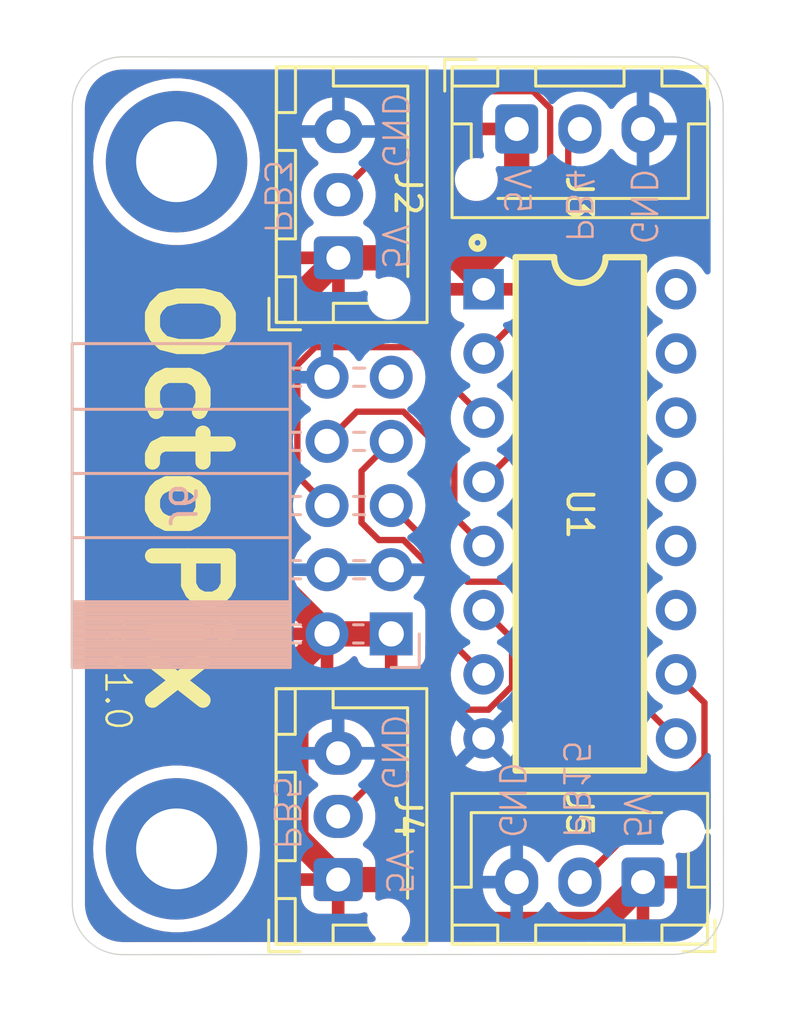
<source format=kicad_pcb>
(kicad_pcb (version 20240108) (generator "pcbnew") (generator_version "8.0")
  (layers (0 "F.Cu" signal) (31 "B.Cu" signal) (34 "B.Paste" user) (35 "F.Paste" user) (36 "B.SilkS" user "B.Silkscreen") (37 "F.SilkS" user "F.Silkscreen") (38 "B.Mask" user) (39 "F.Mask" user) (44 "Edge.Cuts" user))
  (net 0 "")
  (net 1 "GND")
  (net 2 "PB4")
  (net 3 "+5V")
  (net 4 "PA15")
  (net 5 "PB3")
  (net 6 "PB5")
  (net 7 "PB3_{5V}")
  (net 8 "PB4_{5V}")
  (net 9 "PB5_{5V}")
  (net 10 "PA15_{5V}")
  (net 17 "+3V3")
  (footprint "Connector_JST:JST_XH_B3B-XH-AM_1x03_P2.50mm_Vertical" (layer "F.Cu") (at 95.39 39.475 90)
    (property "Reference" "J2" (at 2.545 2.75 -90) (layer "F.SilkS"))
    (property "Value" "RBG PB3")
    (fp_line (start -1.6 -2.75) (end -2.85 -2.75) (stroke (width 0.12)) (layer "F.SilkS"))
    (fp_line (start -2.85 -2.75) (end -2.85 -1.5) (stroke (width 0.12)) (layer "F.SilkS"))
    (fp_line (start 7.56 -2.46) (end -2.56 -2.46) (stroke (width 0.12)) (layer "F.SilkS"))
    (fp_line (start -2.56 -2.46) (end -2.56 3.51) (stroke (width 0.12)) (layer "F.SilkS"))
    (fp_line (start 7.55 -2.45) (end 5.75 -2.45) (stroke (width 0.12)) (layer "F.SilkS"))
    (fp_line (start 5.75 -2.45) (end 5.75 -1.7) (stroke (width 0.12)) (layer "F.SilkS"))
    (fp_line (start 4.25 -2.45) (end 0.75 -2.45) (stroke (width 0.12)) (layer "F.SilkS"))
    (fp_line (start 0.75 -2.45) (end 0.75 -1.7) (stroke (width 0.12)) (layer "F.SilkS"))
    (fp_line (start -0.75 -2.45) (end -2.55 -2.45) (stroke (width 0.12)) (layer "F.SilkS"))
    (fp_line (start -2.55 -2.45) (end -2.55 -1.7) (stroke (width 0.12)) (layer "F.SilkS"))
    (fp_line (start 7.55 -1.7) (end 7.55 -2.45) (stroke (width 0.12)) (layer "F.SilkS"))
    (fp_line (start 5.75 -1.7) (end 7.55 -1.7) (stroke (width 0.12)) (layer "F.SilkS"))
    (fp_line (start 4.25 -1.7) (end 4.25 -2.45) (stroke (width 0.12)) (layer "F.SilkS"))
    (fp_line (start 0.75 -1.7) (end 4.25 -1.7) (stroke (width 0.12)) (layer "F.SilkS"))
    (fp_line (start -0.75 -1.7) (end -0.75 -2.45) (stroke (width 0.12)) (layer "F.SilkS"))
    (fp_line (start -2.55 -1.7) (end -0.75 -1.7) (stroke (width 0.12)) (layer "F.SilkS"))
    (fp_line (start 7.55 -0.2) (end 6.8 -0.2) (stroke (width 0.12)) (layer "F.SilkS"))
    (fp_line (start 6.8 -0.2) (end 6.8 2.75) (stroke (width 0.12)) (layer "F.SilkS"))
    (fp_line (start -1.8 -0.2) (end -1.8 1.14) (stroke (width 0.12)) (layer "F.SilkS"))
    (fp_line (start -2.55 -0.2) (end -1.8 -0.2) (stroke (width 0.12)) (layer "F.SilkS"))
    (fp_line (start 6.8 2.75) (end 2.5 2.75) (stroke (width 0.12)) (layer "F.SilkS"))
    (fp_line (start 2.5 2.75) (end -0.74 2.75) (stroke (width 0.12)) (layer "F.SilkS"))
    (fp_line (start 7.56 3.51) (end 7.56 -2.46) (stroke (width 0.12)) (layer "F.SilkS"))
    (fp_line (start -2.56 3.51) (end 7.56 3.51) (stroke (width 0.12)) (layer "F.SilkS"))
    (pad "" np_thru_hole circle (at -1.6 2 90) (size 1.2 1.2) (drill 1.2) (layers "*.Cu" "*.Mask"))
    (pad "1" thru_hole roundrect (at 0 0 90) (size 1.7 1.95) (drill 0.95) (layers "*.Cu" "*.Mask") (roundrect_rratio 0.147059) (net 3 "+5V"))
    (pad "2" thru_hole oval (at 2.5 0 90) (size 1.7 1.95) (drill 0.95) (layers "*.Cu" "*.Mask") (net 7 "PB3_{5V}"))
    (pad "3" thru_hole oval (at 5 0 90) (size 1.7 1.95) (drill 0.95) (layers "*.Cu" "*.Mask") (net 1 "GND"))
  )
  (footprint "MountingHole:MountingHole_3.2mm_M3_DIN965_Pad" (layer "F.Cu") (at 88.98 62.87)
    (property "Reference" "H2" (hide yes))
    (property "Value" "MountingHole")
    (pad "1" thru_hole circle (at 0 0) (size 5.6 5.6) (drill 3.2) (layers "*.Cu" "*.Mask"))
  )
  (footprint "easyeda:DIP-16_L20.3-W10.2-P2.54-LS10.2-BL" (layer "F.Cu") (at 104.95 49.61 -90)
    (property "Reference" "U1" (at 0 0 -90) (layer "F.SilkS"))
    (property "Value" "CD4050BE")
    (fp_line (start -10.16 2.54) (end 10.16 2.54) (stroke (width 0.25)) (layer "F.SilkS"))
    (fp_line (start -10.16 2.54) (end -10.16 1.02) (stroke (width 0.25)) (layer "F.SilkS"))
    (fp_line (start -10.16 -2.54) (end -10.16 -1.02) (stroke (width 0.25)) (layer "F.SilkS"))
    (fp_line (start -10.16 -2.54) (end 10.16 -2.54) (stroke (width 0.25)) (layer "F.SilkS"))
    (fp_line (start 10.16 -2.54) (end 10.16 2.54) (stroke (width 0.25)) (layer "F.SilkS"))
    (fp_arc (start -10.16 -1.02) (mid -9.14 0) (end -10.16 1.02) (stroke (width 0.25)) (layer "F.SilkS"))
    (fp_circle (center -10.73 4.05) (end -10.62 4.05) (stroke (width 0.25)) (fill none) (layer "F.SilkS"))
    (pad "1" thru_hole rect (at -8.89 3.81 270) (size 1.6 1.6) (drill 0.900024) (layers "*.Cu" "*.Paste" "*.Mask") (net 3 "+5V"))
    (pad "2" thru_hole circle (at -6.35 3.81 270) (size 1.6 1.6) (drill 0.900024) (layers "*.Cu" "*.Paste" "*.Mask") (net 7 "PB3_{5V}"))
    (pad "3" thru_hole circle (at -3.81 3.81 270) (size 1.6 1.6) (drill 0.900024) (layers "*.Cu" "*.Paste" "*.Mask") (net 5 "PB3"))
    (pad "4" thru_hole circle (at -1.27 3.81 270) (size 1.6 1.6) (drill 0.900024) (layers "*.Cu" "*.Paste" "*.Mask") (net 8 "PB4_{5V}"))
    (pad "5" thru_hole circle (at 1.27 3.81 270) (size 1.6 1.6) (drill 0.900024) (layers "*.Cu" "*.Paste" "*.Mask") (net 2 "PB4"))
    (pad "6" thru_hole circle (at 3.81 3.81 270) (size 1.6 1.6) (drill 0.900024) (layers "*.Cu" "*.Paste" "*.Mask") (net 9 "PB5_{5V}"))
    (pad "7" thru_hole circle (at 6.35 3.81 270) (size 1.6 1.6) (drill 0.900024) (layers "*.Cu" "*.Paste" "*.Mask") (net 6 "PB5"))
    (pad "8" thru_hole circle (at 8.89 3.81 270) (size 1.6 1.6) (drill 0.900024) (layers "*.Cu" "*.Paste" "*.Mask") (net 1 "GND"))
    (pad "9" thru_hole circle (at 8.89 -3.81 270) (size 1.6 1.6) (drill 0.900024) (layers "*.Cu" "*.Paste" "*.Mask") (net 4 "PA15"))
    (pad "10" thru_hole circle (at 6.35 -3.81 270) (size 1.6 1.6) (drill 0.900024) (layers "*.Cu" "*.Paste" "*.Mask") (net 10 "PA15_{5V}"))
    (pad "11" thru_hole circle (at 3.81 -3.81 270) (size 1.6 1.6) (drill 0.900024) (layers "*.Cu" "*.Paste" "*.Mask"))
    (pad "12" thru_hole circle (at 1.27 -3.81 270) (size 1.6 1.6) (drill 0.900024) (layers "*.Cu" "*.Paste" "*.Mask"))
    (pad "13" thru_hole circle (at -1.27 -3.81 270) (size 1.6 1.6) (drill 0.900024) (layers "*.Cu" "*.Paste" "*.Mask"))
    (pad "14" thru_hole circle (at -3.81 -3.81 270) (size 1.6 1.6) (drill 0.900024) (layers "*.Cu" "*.Paste" "*.Mask"))
    (pad "15" thru_hole circle (at -6.35 -3.81 270) (size 1.6 1.6) (drill 0.900024) (layers "*.Cu" "*.Paste" "*.Mask"))
    (pad "16" thru_hole circle (at -8.89 -3.81 270) (size 1.6 1.6) (drill 0.900024) (layers "*.Cu" "*.Paste" "*.Mask"))
  )
  (footprint "Connector_JST:JST_XH_B3B-XH-AM_1x03_P2.50mm_Vertical" (layer "F.Cu") (at 102.45 34.375)
    (property "Reference" "J3" (at 2.48 2.715 -90) (layer "F.SilkS"))
    (property "Value" "RBG PB4")
    (fp_line (start -2.85 -2.75) (end -2.85 -1.5) (stroke (width 0.12)) (layer "F.SilkS"))
    (fp_line (start -2.56 -2.46) (end -2.56 3.51) (stroke (width 0.12)) (layer "F.SilkS"))
    (fp_line (start -2.56 3.51) (end 7.56 3.51) (stroke (width 0.12)) (layer "F.SilkS"))
    (fp_line (start -2.55 -2.45) (end -2.55 -1.7) (stroke (width 0.12)) (layer "F.SilkS"))
    (fp_line (start -2.55 -1.7) (end -0.75 -1.7) (stroke (width 0.12)) (layer "F.SilkS"))
    (fp_line (start -2.55 -0.2) (end -1.8 -0.2) (stroke (width 0.12)) (layer "F.SilkS"))
    (fp_line (start -1.8 -0.2) (end -1.8 1.14) (stroke (width 0.12)) (layer "F.SilkS"))
    (fp_line (start -1.6 -2.75) (end -2.85 -2.75) (stroke (width 0.12)) (layer "F.SilkS"))
    (fp_line (start -0.75 -2.45) (end -2.55 -2.45) (stroke (width 0.12)) (layer "F.SilkS"))
    (fp_line (start -0.75 -1.7) (end -0.75 -2.45) (stroke (width 0.12)) (layer "F.SilkS"))
    (fp_line (start 0.75 -2.45) (end 0.75 -1.7) (stroke (width 0.12)) (layer "F.SilkS"))
    (fp_line (start 0.75 -1.7) (end 4.25 -1.7) (stroke (width 0.12)) (layer "F.SilkS"))
    (fp_line (start 2.5 2.75) (end -0.74 2.75) (stroke (width 0.12)) (layer "F.SilkS"))
    (fp_line (start 4.25 -2.45) (end 0.75 -2.45) (stroke (width 0.12)) (layer "F.SilkS"))
    (fp_line (start 4.25 -1.7) (end 4.25 -2.45) (stroke (width 0.12)) (layer "F.SilkS"))
    (fp_line (start 5.75 -2.45) (end 5.75 -1.7) (stroke (width 0.12)) (layer "F.SilkS"))
    (fp_line (start 5.75 -1.7) (end 7.55 -1.7) (stroke (width 0.12)) (layer "F.SilkS"))
    (fp_line (start 6.8 -0.2) (end 6.8 2.75) (stroke (width 0.12)) (layer "F.SilkS"))
    (fp_line (start 6.8 2.75) (end 2.5 2.75) (stroke (width 0.12)) (layer "F.SilkS"))
    (fp_line (start 7.55 -2.45) (end 5.75 -2.45) (stroke (width 0.12)) (layer "F.SilkS"))
    (fp_line (start 7.55 -1.7) (end 7.55 -2.45) (stroke (width 0.12)) (layer "F.SilkS"))
    (fp_line (start 7.55 -0.2) (end 6.8 -0.2) (stroke (width 0.12)) (layer "F.SilkS"))
    (fp_line (start 7.56 -2.46) (end -2.56 -2.46) (stroke (width 0.12)) (layer "F.SilkS"))
    (fp_line (start 7.56 3.51) (end 7.56 -2.46) (stroke (width 0.12)) (layer "F.SilkS"))
    (pad "" np_thru_hole circle (at -1.6 2) (size 1.2 1.2) (drill 1.2) (layers "*.Cu" "*.Mask"))
    (pad "1" thru_hole roundrect (at 0 0) (size 1.7 1.95) (drill 0.95) (layers "*.Cu" "*.Mask") (roundrect_rratio 0.147059) (net 3 "+5V"))
    (pad "2" thru_hole oval (at 2.5 0) (size 1.7 1.95) (drill 0.95) (layers "*.Cu" "*.Mask") (net 8 "PB4_{5V}"))
    (pad "3" thru_hole oval (at 5 0) (size 1.7 1.95) (drill 0.95) (layers "*.Cu" "*.Mask") (net 1 "GND"))
  )
  (footprint "MountingHole:MountingHole_3.2mm_M3_DIN965_Pad" (layer "F.Cu") (at 88.98 35.67)
    (property "Reference" "H1" (hide yes))
    (property "Value" "MountingHole")
    (pad "1" thru_hole circle (at 0 0) (size 5.6 5.6) (drill 3.2) (layers "*.Cu" "*.Mask"))
  )
  (footprint "Connector_JST:JST_XH_B3B-XH-AM_1x03_P2.50mm_Vertical" (layer "F.Cu") (at 95.38 64.085 90)
    (property "Reference" "J4" (at 2.505 2.76 270) (layer "F.SilkS"))
    (property "Value" "RBG PB5")
    (fp_line (start -1.6 -2.75) (end -2.85 -2.75) (stroke (width 0.12)) (layer "F.SilkS"))
    (fp_line (start -2.85 -2.75) (end -2.85 -1.5) (stroke (width 0.12)) (layer "F.SilkS"))
    (fp_line (start 7.56 -2.46) (end -2.56 -2.46) (stroke (width 0.12)) (layer "F.SilkS"))
    (fp_line (start -2.56 -2.46) (end -2.56 3.51) (stroke (width 0.12)) (layer "F.SilkS"))
    (fp_line (start 7.55 -2.45) (end 5.75 -2.45) (stroke (width 0.12)) (layer "F.SilkS"))
    (fp_line (start 5.75 -2.45) (end 5.75 -1.7) (stroke (width 0.12)) (layer "F.SilkS"))
    (fp_line (start 4.25 -2.45) (end 0.75 -2.45) (stroke (width 0.12)) (layer "F.SilkS"))
    (fp_line (start 0.75 -2.45) (end 0.75 -1.7) (stroke (width 0.12)) (layer "F.SilkS"))
    (fp_line (start -0.75 -2.45) (end -2.55 -2.45) (stroke (width 0.12)) (layer "F.SilkS"))
    (fp_line (start -2.55 -2.45) (end -2.55 -1.7) (stroke (width 0.12)) (layer "F.SilkS"))
    (fp_line (start 7.55 -1.7) (end 7.55 -2.45) (stroke (width 0.12)) (layer "F.SilkS"))
    (fp_line (start 5.75 -1.7) (end 7.55 -1.7) (stroke (width 0.12)) (layer "F.SilkS"))
    (fp_line (start 4.25 -1.7) (end 4.25 -2.45) (stroke (width 0.12)) (layer "F.SilkS"))
    (fp_line (start 0.75 -1.7) (end 4.25 -1.7) (stroke (width 0.12)) (layer "F.SilkS"))
    (fp_line (start -0.75 -1.7) (end -0.75 -2.45) (stroke (width 0.12)) (layer "F.SilkS"))
    (fp_line (start -2.55 -1.7) (end -0.75 -1.7) (stroke (width 0.12)) (layer "F.SilkS"))
    (fp_line (start 7.55 -0.2) (end 6.8 -0.2) (stroke (width 0.12)) (layer "F.SilkS"))
    (fp_line (start 6.8 -0.2) (end 6.8 2.75) (stroke (width 0.12)) (layer "F.SilkS"))
    (fp_line (start -1.8 -0.2) (end -1.8 1.14) (stroke (width 0.12)) (layer "F.SilkS"))
    (fp_line (start -2.55 -0.2) (end -1.8 -0.2) (stroke (width 0.12)) (layer "F.SilkS"))
    (fp_line (start 6.8 2.75) (end 2.5 2.75) (stroke (width 0.12)) (layer "F.SilkS"))
    (fp_line (start 2.5 2.75) (end -0.74 2.75) (stroke (width 0.12)) (layer "F.SilkS"))
    (fp_line (start 7.56 3.51) (end 7.56 -2.46) (stroke (width 0.12)) (layer "F.SilkS"))
    (fp_line (start -2.56 3.51) (end 7.56 3.51) (stroke (width 0.12)) (layer "F.SilkS"))
    (pad "" np_thru_hole circle (at -1.6 2 90) (size 1.2 1.2) (drill 1.2) (layers "*.Cu" "*.Mask"))
    (pad "1" thru_hole roundrect (at 0 0 90) (size 1.7 1.95) (drill 0.95) (layers "*.Cu" "*.Mask") (roundrect_rratio 0.147059) (net 3 "+5V"))
    (pad "2" thru_hole oval (at 2.5 0 90) (size 1.7 1.95) (drill 0.95) (layers "*.Cu" "*.Mask") (net 9 "PB5_{5V}"))
    (pad "3" thru_hole oval (at 5 0 90) (size 1.7 1.95) (drill 0.95) (layers "*.Cu" "*.Mask") (net 1 "GND"))
  )
  (footprint "Connector_JST:JST_XH_B3B-XH-AM_1x03_P2.50mm_Vertical" (layer "F.Cu") (at 107.45 64.185 180)
    (property "Reference" "J5" (at 2.52 2.655 -90) (layer "F.SilkS"))
    (property "Value" "RBG_PB3")
    (fp_line (start 7.56 3.51) (end 7.56 -2.46) (stroke (width 0.12)) (layer "F.SilkS"))
    (fp_line (start 7.56 -2.46) (end -2.56 -2.46) (stroke (width 0.12)) (layer "F.SilkS"))
    (fp_line (start 7.55 -0.2) (end 6.8 -0.2) (stroke (width 0.12)) (layer "F.SilkS"))
    (fp_line (start 7.55 -1.7) (end 7.55 -2.45) (stroke (width 0.12)) (layer "F.SilkS"))
    (fp_line (start 7.55 -2.45) (end 5.75 -2.45) (stroke (width 0.12)) (layer "F.SilkS"))
    (fp_line (start 6.8 2.75) (end 2.5 2.75) (stroke (width 0.12)) (layer "F.SilkS"))
    (fp_line (start 6.8 -0.2) (end 6.8 2.75) (stroke (width 0.12)) (layer "F.SilkS"))
    (fp_line (start 5.75 -1.7) (end 7.55 -1.7) (stroke (width 0.12)) (layer "F.SilkS"))
    (fp_line (start 5.75 -2.45) (end 5.75 -1.7) (stroke (width 0.12)) (layer "F.SilkS"))
    (fp_line (start 4.25 -1.7) (end 4.25 -2.45) (stroke (width 0.12)) (layer "F.SilkS"))
    (fp_line (start 4.25 -2.45) (end 0.75 -2.45) (stroke (width 0.12)) (layer "F.SilkS"))
    (fp_line (start 2.5 2.75) (end -0.74 2.75) (stroke (width 0.12)) (layer "F.SilkS"))
    (fp_line (start 0.75 -1.7) (end 4.25 -1.7) (stroke (width 0.12)) (layer "F.SilkS"))
    (fp_line (start 0.75 -2.45) (end 0.75 -1.7) (stroke (width 0.12)) (layer "F.SilkS"))
    (fp_line (start -0.75 -1.7) (end -0.75 -2.45) (stroke (width 0.12)) (layer "F.SilkS"))
    (fp_line (start -0.75 -2.45) (end -2.55 -2.45) (stroke (width 0.12)) (layer "F.SilkS"))
    (fp_line (start -1.6 -2.75) (end -2.85 -2.75) (stroke (width 0.12)) (layer "F.SilkS"))
    (fp_line (start -1.8 -0.2) (end -1.8 1.14) (stroke (width 0.12)) (layer "F.SilkS"))
    (fp_line (start -2.55 -0.2) (end -1.8 -0.2) (stroke (width 0.12)) (layer "F.SilkS"))
    (fp_line (start -2.55 -1.7) (end -0.75 -1.7) (stroke (width 0.12)) (layer "F.SilkS"))
    (fp_line (start -2.55 -2.45) (end -2.55 -1.7) (stroke (width 0.12)) (layer "F.SilkS"))
    (fp_line (start -2.56 3.51) (end 7.56 3.51) (stroke (width 0.12)) (layer "F.SilkS"))
    (fp_line (start -2.56 -2.46) (end -2.56 3.51) (stroke (width 0.12)) (layer "F.SilkS"))
    (fp_line (start -2.85 -2.75) (end -2.85 -1.5) (stroke (width 0.12)) (layer "F.SilkS"))
    (pad "" np_thru_hole circle (at -1.6 2 180) (size 1.2 1.2) (drill 1.2) (layers "*.Cu" "*.Mask"))
    (pad "1" thru_hole roundrect (at 0 0 180) (size 1.7 1.95) (drill 0.95) (layers "*.Cu" "*.Mask") (roundrect_rratio 0.147059) (net 3 "+5V"))
    (pad "2" thru_hole oval (at 2.5 0 180) (size 1.7 1.95) (drill 0.95) (layers "*.Cu" "*.Mask") (net 10 "PA15_{5V}"))
    (pad "3" thru_hole oval (at 5 0 180) (size 1.7 1.95) (drill 0.95) (layers "*.Cu" "*.Mask") (net 1 "GND"))
  )
  (footprint "Connector_PinSocket_2.54mm:PinSocket_2x05_P2.54mm_Horizontal" (layer "B.Cu") (at 97.48 54.36)
    (property "Reference" "J6" (at -8.28 -5.08 -90) (layer "B.SilkS") (effects (justify mirror)))
    (property "Value" "Octopus SPI3")
    (fp_line (start -12.63 -11.49) (end -12.63 1.33) (stroke (width 0.12)) (layer "B.SilkS"))
    (fp_line (start -4 -11.49) (end -12.63 -11.49) (stroke (width 0.12)) (layer "B.SilkS"))
    (fp_line (start -4 -11.49) (end -4 1.33) (stroke (width 0.12)) (layer "B.SilkS"))
    (fp_line (start -4 -8.89) (end -12.63 -8.89) (stroke (width 0.12)) (layer "B.SilkS"))
    (fp_line (start -4 -6.35) (end -12.63 -6.35) (stroke (width 0.12)) (layer "B.SilkS"))
    (fp_line (start -4 -3.81) (end -12.63 -3.81) (stroke (width 0.12)) (layer "B.SilkS"))
    (fp_line (start -4 -1.27) (end -12.63 -1.27) (stroke (width 0.12)) (layer "B.SilkS"))
    (fp_line (start -4 -1.1519) (end -12.63 -1.1519) (stroke (width 0.12)) (layer "B.SilkS"))
    (fp_line (start -4 -1.033805) (end -12.63 -1.033805) (stroke (width 0.12)) (layer "B.SilkS"))
    (fp_line (start -4 -0.91571) (end -12.63 -0.91571) (stroke (width 0.12)) (layer "B.SilkS"))
    (fp_line (start -4 -0.797615) (end -12.63 -0.797615) (stroke (width 0.12)) (layer "B.SilkS"))
    (fp_line (start -4 -0.67952) (end -12.63 -0.67952) (stroke (width 0.12)) (layer "B.SilkS"))
    (fp_line (start -4 -0.561425) (end -12.63 -0.561425) (stroke (width 0.12)) (layer "B.SilkS"))
    (fp_line (start -4 -0.44333) (end -12.63 -0.44333) (stroke (width 0.12)) (layer "B.SilkS"))
    (fp_line (start -4 -0.325235) (end -12.63 -0.325235) (stroke (width 0.12)) (layer "B.SilkS"))
    (fp_line (start -4 -0.20714) (end -12.63 -0.20714) (stroke (width 0.12)) (layer "B.SilkS"))
    (fp_line (start -4 -0.089045) (end -12.63 -0.089045) (stroke (width 0.12)) (layer "B.SilkS"))
    (fp_line (start -4 0.02905) (end -12.63 0.02905) (stroke (width 0.12)) (layer "B.SilkS"))
    (fp_line (start -4 0.147145) (end -12.63 0.147145) (stroke (width 0.12)) (layer "B.SilkS"))
    (fp_line (start -4 0.26524) (end -12.63 0.26524) (stroke (width 0.12)) (layer "B.SilkS"))
    (fp_line (start -4 0.383335) (end -12.63 0.383335) (stroke (width 0.12)) (layer "B.SilkS"))
    (fp_line (start -4 0.50143) (end -12.63 0.50143) (stroke (width 0.12)) (layer "B.SilkS"))
    (fp_line (start -4 0.619525) (end -12.63 0.619525) (stroke (width 0.12)) (layer "B.SilkS"))
    (fp_line (start -4 0.73762) (end -12.63 0.73762) (stroke (width 0.12)) (layer "B.SilkS"))
    (fp_line (start -4 0.855715) (end -12.63 0.855715) (stroke (width 0.12)) (layer "B.SilkS"))
    (fp_line (start -4 0.97381) (end -12.63 0.97381) (stroke (width 0.12)) (layer "B.SilkS"))
    (fp_line (start -4 1.091905) (end -12.63 1.091905) (stroke (width 0.12)) (layer "B.SilkS"))
    (fp_line (start -4 1.21) (end -12.63 1.21) (stroke (width 0.12)) (layer "B.SilkS"))
    (fp_line (start -4 1.33) (end -12.63 1.33) (stroke (width 0.12)) (layer "B.SilkS"))
    (fp_line (start -3.59 -10.52) (end -4 -10.52) (stroke (width 0.12)) (layer "B.SilkS"))
    (fp_line (start -3.59 -9.8) (end -4 -9.8) (stroke (width 0.12)) (layer "B.SilkS"))
    (fp_line (start -3.59 -7.98) (end -4 -7.98) (stroke (width 0.12)) (layer "B.SilkS"))
    (fp_line (start -3.59 -7.26) (end -4 -7.26) (stroke (width 0.12)) (layer "B.SilkS"))
    (fp_line (start -3.59 -5.44) (end -4 -5.44) (stroke (width 0.12)) (layer "B.SilkS"))
    (fp_line (start -3.59 -4.72) (end -4 -4.72) (stroke (width 0.12)) (layer "B.SilkS"))
    (fp_line (start -3.59 -2.9) (end -4 -2.9) (stroke (width 0.12)) (layer "B.SilkS"))
    (fp_line (start -3.59 -2.18) (end -4 -2.18) (stroke (width 0.12)) (layer "B.SilkS"))
    (fp_line (start -3.59 -0.36) (end -4 -0.36) (stroke (width 0.12)) (layer "B.SilkS"))
    (fp_line (start -3.59 0.36) (end -4 0.36) (stroke (width 0.12)) (layer "B.SilkS"))
    (fp_line (start -1.11 -0.36) (end -1.49 -0.36) (stroke (width 0.12)) (layer "B.SilkS"))
    (fp_line (start -1.11 0.36) (end -1.49 0.36) (stroke (width 0.12)) (layer "B.SilkS"))
    (fp_line (start -1.05 -10.52) (end -1.49 -10.52) (stroke (width 0.12)) (layer "B.SilkS"))
    (fp_line (start -1.05 -9.8) (end -1.49 -9.8) (stroke (width 0.12)) (layer "B.SilkS"))
    (fp_line (start -1.05 -7.98) (end -1.49 -7.98) (stroke (width 0.12)) (layer "B.SilkS"))
    (fp_line (start -1.05 -7.26) (end -1.49 -7.26) (stroke (width 0.12)) (layer "B.SilkS"))
    (fp_line (start -1.05 -5.44) (end -1.49 -5.44) (stroke (width 0.12)) (layer "B.SilkS"))
    (fp_line (start -1.05 -4.72) (end -1.49 -4.72) (stroke (width 0.12)) (layer "B.SilkS"))
    (fp_line (start -1.05 -2.9) (end -1.49 -2.9) (stroke (width 0.12)) (layer "B.SilkS"))
    (fp_line (start -1.05 -2.18) (end -1.49 -2.18) (stroke (width 0.12)) (layer "B.SilkS"))
    (fp_line (start 1.11 0) (end 1.11 1.33) (stroke (width 0.12)) (layer "B.SilkS"))
    (fp_line (start 1.11 1.33) (end 0 1.33) (stroke (width 0.12)) (layer "B.SilkS"))
    (pad "1" thru_hole rect (at 0 0) (size 1.7 1.7) (drill 1) (layers "*.Cu" "*.Mask") (net 3 "+5V"))
    (pad "2" thru_hole oval (at -2.54 0) (size 1.7 1.7) (drill 1) (layers "*.Cu" "*.Mask") (net 3 "+5V"))
    (pad "3" thru_hole oval (at 0 -2.54) (size 1.7 1.7) (drill 1) (layers "*.Cu" "*.Mask") (net 1 "GND"))
    (pad "4" thru_hole oval (at -2.54 -2.54) (size 1.7 1.7) (drill 1) (layers "*.Cu" "*.Mask") (net 1 "GND"))
    (pad "5" thru_hole oval (at 0 -5.08) (size 1.7 1.7) (drill 1) (layers "*.Cu" "*.Mask") (net 4 "PA15"))
    (pad "6" thru_hole oval (at -2.54 -5.08) (size 1.7 1.7) (drill 1) (layers "*.Cu" "*.Mask") (net 5 "PB3"))
    (pad "7" thru_hole oval (at 0 -7.62) (size 1.7 1.7) (drill 1) (layers "*.Cu" "*.Mask") (net 6 "PB5"))
    (pad "8" thru_hole oval (at -2.54 -7.62) (size 1.7 1.7) (drill 1) (layers "*.Cu" "*.Mask") (net 2 "PB4"))
    (pad "9" thru_hole oval (at 0 -10.16) (size 1.7 1.7) (drill 1) (layers "*.Cu" "*.Mask") (net 17 "+3V3"))
    (pad "10" thru_hole oval (at -2.54 -10.16) (size 1.7 1.7) (drill 1) (layers "*.Cu" "*.Mask") (net 1 "GND"))
  )
  (gr_line (start 110.625786 33.524214) (end 110.635786 65.045786) (stroke (width 0.05)) (layer "Edge.Cuts"))
  (gr_arc (start 86.854214 67.055786) (mid 85.44 66.47) (end 84.854214 65.055786) (stroke (width 0.05)) (layer "Edge.Cuts"))
  (gr_arc (start 110.635786 65.045786) (mid 110.05 66.46) (end 108.635786 67.045786) (stroke (width 0.05)) (layer "Edge.Cuts"))
  (gr_arc (start 108.625786 31.524214) (mid 110.04 32.11) (end 110.625786 33.524214) (stroke (width 0.05)) (layer "Edge.Cuts"))
  (gr_line (start 84.854214 65.055786) (end 84.85 33.52) (stroke (width 0.05)) (layer "Edge.Cuts"))
  (gr_line (start 86.85 31.52) (end 108.625786 31.524214) (stroke (width 0.05)) (layer "Edge.Cuts"))
  (gr_arc (start 84.85 33.52) (mid 85.435786 32.105786) (end 86.85 31.52) (stroke (width 0.05)) (layer "Edge.Cuts"))
  (gr_line (start 108.635786 67.045786) (end 86.854214 67.055786) (stroke (width 0.05)) (layer "Edge.Cuts"))
  (gr_text "PB3" (at 92.38 38.6 270) (layer "B.SilkS") (effects (font (size 1 1) (thickness 0.1)) (justify left bottom mirror)))
  (gr_text "PB4" (at 104.32 38.942857 270) (layer "B.SilkS") (effects (font (size 1 1) (thickness 0.1)) (justify left bottom mirror)))
  (gr_text "GND" (at 97.02 60.64 270) (layer "B.SilkS") (effects (font (size 1 1) (thickness 0.1)) (justify left bottom mirror)))
  (gr_text "PB15" (at 104.21 62.53 270) (layer "B.SilkS") (effects (font (size 1 1) (thickness 0.1)) (justify left bottom mirror)))
  (gr_text "5V" (at 97.04 40.01 -90) (layer "B.SilkS") (effects (font (size 1 1) (thickness 0.1)) (justify left bottom mirror)))
  (gr_text "GND" (at 101.67 62.53 270) (layer "B.SilkS") (effects (font (size 1 1) (thickness 0.1)) (justify left bottom mirror)))
  (gr_text "PB5" (at 92.75 62.99 270) (layer "B.SilkS") (effects (font (size 1 1) (thickness 0.1)) (justify left bottom mirror)))
  (gr_text "5V" (at 97.2 64.75 -90) (layer "B.SilkS") (effects (font (size 1 1) (thickness 0.1)) (justify left bottom mirror)))
  (gr_text "GND" (at 106.88 39.038095 270) (layer "B.SilkS") (effects (font (size 1 1) (thickness 0.1)) (justify left bottom mirror)))
  (gr_text "GND" (at 97.04 36.02 270) (layer "B.SilkS") (effects (font (size 1 1) (thickness 0.1)) (justify left bottom mirror)))
  (gr_text "5V" (at 101.87 37.8 -90) (layer "B.SilkS") (effects (font (size 1 1) (thickness 0.1)) (justify left bottom mirror)))
  (gr_text "5V" (at 106.61 62.53 -90) (layer "B.SilkS") (effects (font (size 1 1) (thickness 0.1)) (justify left bottom mirror)))
  (gr_text "OctoPix" (at 87.63 40.02 -90) (layer "F.SilkS") (effects (font (size 3 3) (thickness 0.6) (bold yes)) (justify left bottom)))
  (gr_text "rev1.0" (at 86.08 53.500952 -90) (layer "F.SilkS") (effects (font (size 1 1) (thickness 0.1)) (justify left bottom)))
  (segment (start 99.98 49.72) (end 101.14 50.88) (width 0.25) (layer "F.Cu") (net 2))
  (segment (start 94.94 46.74) (end 96.115 45.565) (width 0.25) (layer "F.Cu") (net 2))
  (segment (start 99.98 47.578299) (end 99.98 49.72) (width 0.25) (layer "F.Cu") (net 2))
  (segment (start 96.115 45.565) (end 97.966701 45.565) (width 0.25) (layer "F.Cu") (net 2))
  (segment (start 97.966701 45.565) (end 99.98 47.578299) (width 0.25) (layer "F.Cu") (net 2))
  (segment (start 92.94 52.36) (end 92.94 41.925) (width 1) (layer "F.Cu") (net 3))
  (segment (start 92.94 41.925) (end 95.39 39.475) (width 1) (layer "F.Cu") (net 3))
  (segment (start 93.705 62.41) (end 95.38 64.085) (width 1) (layer "F.Cu") (net 3))
  (segment (start 102.45 38.28) (end 102.45 34.375) (width 1) (layer "F.Cu") (net 3))
  (segment (start 94.94 54.36) (end 92.94 52.36) (width 1) (layer "F.Cu") (net 3))
  (segment (start 100.68 40.05) (end 100.105 39.475) (width 1) (layer "F.Cu") (net 3))
  (segment (start 95.38 64.085) (end 97.689188 64.085) (width 1) (layer "F.Cu") (net 3))
  (segment (start 93.705 55.595) (end 93.705 62.41) (width 1) (layer "F.Cu") (net 3))
  (segment (start 94.94 54.36) (end 93.705 55.595) (width 1) (layer "F.Cu") (net 3))
  (segment (start 99.464188 65.86) (end 105.775 65.86) (width 1) (layer "F.Cu") (net 3))
  (segment (start 100.105 39.475) (end 95.39 39.475) (width 1) (layer "F.Cu") (net 3))
  (segment (start 100.68 40.05) (end 102.45 38.28) (width 1) (layer "F.Cu") (net 3))
  (segment (start 97.689188 64.085) (end 99.464188 65.86) (width 1) (layer "F.Cu") (net 3))
  (segment (start 97.48 54.36) (end 94.94 54.36) (width 1) (layer "F.Cu") (net 3))
  (segment (start 105.775 65.86) (end 107.45 64.185) (width 1) (layer "F.Cu") (net 3))
  (segment (start 102.555 52.295) (end 108.76 58.5) (width 0.25) (layer "F.Cu") (net 4))
  (segment (start 100.495 52.295) (end 102.555 52.295) (width 0.25) (layer "F.Cu") (net 4))
  (segment (start 97.48 49.28) (end 100.495 52.295) (width 0.25) (layer "F.Cu") (net 4))
  (segment (start 94.94 49.28) (end 93.765 48.105) (width 0.25) (layer "F.Cu") (net 5))
  (segment (start 93.765 43.713299) (end 94.468299 43.01) (width 0.25) (layer "F.Cu") (net 5))
  (segment (start 98.35 43.01) (end 101.14 45.8) (width 0.25) (layer "F.Cu") (net 5))
  (segment (start 94.468299 43.01) (end 98.35 43.01) (width 0.25) (layer "F.Cu") (net 5))
  (segment (start 93.765 48.105) (end 93.765 43.713299) (width 0.25) (layer "F.Cu") (net 5))
  (segment (start 96.305 49.956701) (end 96.993299 50.645) (width 0.25) (layer "F.Cu") (net 6))
  (segment (start 99.05 53.87) (end 101.14 55.96) (width 0.25) (layer "F.Cu") (net 6))
  (segment (start 96.993299 50.645) (end 97.966701 50.645) (width 0.25) (layer "F.Cu") (net 6))
  (segment (start 96.305 47.915) (end 96.305 49.956701) (width 0.25) (layer "F.Cu") (net 6))
  (segment (start 97.966701 50.645) (end 99.05 51.728299) (width 0.25) (layer "F.Cu") (net 6))
  (segment (start 97.48 46.74) (end 96.305 47.915) (width 0.25) (layer "F.Cu") (net 6))
  (segment (start 99.05 51.728299) (end 99.05 53.87) (width 0.25) (layer "F.Cu") (net 6))
  (segment (start 101.14 43.26) (end 103.775 40.625) (width 0.25) (layer "F.Cu") (net 7))
  (segment (start 103.775 33.5549) (end 103.1001 32.88) (width 0.25) (layer "F.Cu") (net 7))
  (segment (start 103.1001 32.88) (end 99.485 32.88) (width 0.25) (layer "F.Cu") (net 7))
  (segment (start 99.485 32.88) (end 95.39 36.975) (width 0.25) (layer "F.Cu") (net 7))
  (segment (start 103.775 40.625) (end 103.775 33.5549) (width 0.25) (layer "F.Cu") (net 7))
  (segment (start 104.49 44.99) (end 104.49 34.39) (width 0.25) (layer "F.Cu") (net 8))
  (segment (start 101.14 48.34) (end 104.49 44.99) (width 0.25) (layer "F.Cu") (net 8))
  (segment (start 102.265 54.545) (end 102.265 56.425991) (width 0.25) (layer "F.Cu") (net 9))
  (segment (start 102.265 56.425991) (end 101.330991 57.36) (width 0.25) (layer "F.Cu") (net 9))
  (segment (start 101.330991 57.36) (end 99.605 57.36) (width 0.25) (layer "F.Cu") (net 9))
  (segment (start 99.605 57.36) (end 95.38 61.585) (width 0.25) (layer "F.Cu") (net 9))
  (segment (start 101.14 53.42) (end 102.265 54.545) (width 0.25) (layer "F.Cu") (net 9))
  (segment (start 109.885 59.25) (end 109.885 57.085) (width 0.25) (layer "F.Cu") (net 10))
  (segment (start 109.885 57.085) (end 108.76 55.96) (width 0.25) (layer "F.Cu") (net 10))
  (segment (start 104.95 64.185) (end 109.885 59.25) (width 0.25) (layer "F.Cu") (net 10))
  (zone (net 3) (net_name "+5V") (layer "F.Cu") (priority 1) (connect_pads (clearance 0.5)) (min_thickness 0.25) (fill yes (thermal_gap 0.5) (thermal_bridge_width 0.5))
    (polygon (pts (xy 82.47 29.58) (xy 113.45 29.27) (xy 113.53 69.81) (xy 82.74 69.21)))
  )
  (zone (net 1) (net_name "GND") (layer "B.Cu") (connect_pads (clearance 0.5)) (min_thickness 0.25) (fill yes (thermal_gap 0.5) (thermal_bridge_width 0.5))
    (polygon (pts (xy 82.23 29.58) (xy 113.45 29.3) (xy 113.61 69.73) (xy 81.99 69.64)))
  )
)
</source>
